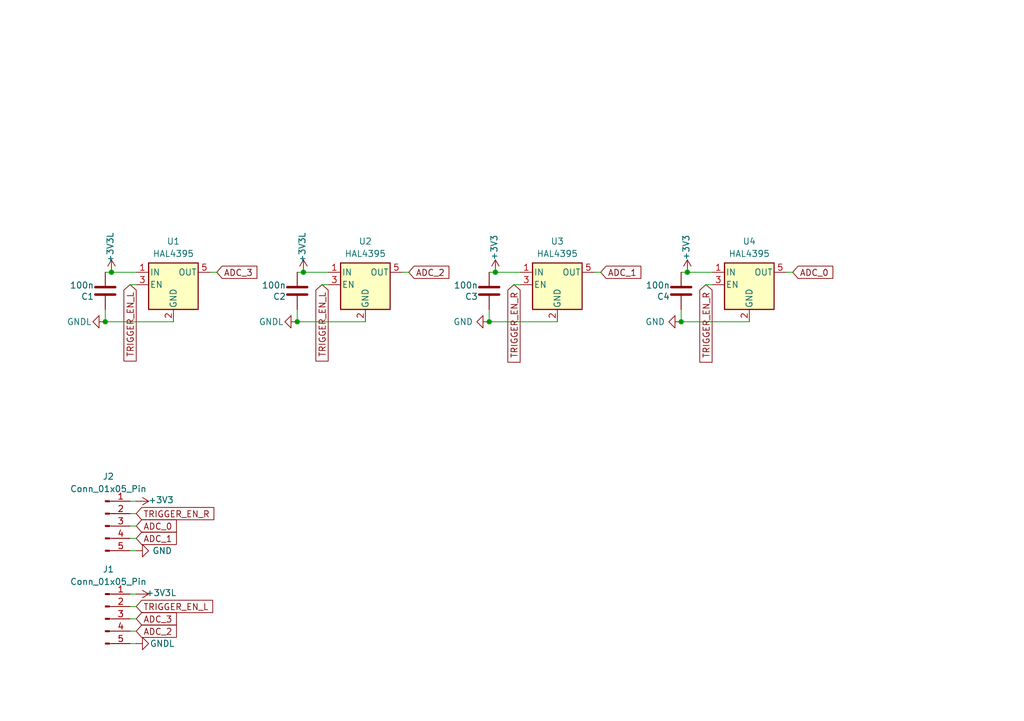
<source format=kicad_sch>
(kicad_sch (version 20250114) (generator "eeschema") (generator_version "9.0")
  (paper "A5")
  (title_block (title "ProGCC 4 Trigger Module") (date "2025-05-17") (company "Hand Held Legend, LLC"))
  (lib_symbols
    (symbol "Connector:Conn_01x05_Pin" (pin_names (offset 1.016) (hide yes))
      (property "Reference" "J" (at 0 7.62 0))
      (property "Value" "Conn_01x05_Pin" (at 0 -7.62 0))
      (symbol "Conn_01x05_Pin_1_1"
        (rectangle (start 0.8636 5.207) (end 0 4.953) (stroke (width 0.1524)) (fill (type outline)))
        (rectangle (start 0.8636 2.667) (end 0 2.413) (stroke (width 0.1524)) (fill (type outline)))
        (rectangle (start 0.8636 0.127) (end 0 -0.127) (stroke (width 0.1524)) (fill (type outline)))
        (rectangle (start 0.8636 -2.413) (end 0 -2.667) (stroke (width 0.1524)) (fill (type outline)))
        (rectangle (start 0.8636 -4.953) (end 0 -5.207) (stroke (width 0.1524)) (fill (type outline)))
        (polyline (pts (xy 1.27 5.08) (xy 0.8636 5.08)) (stroke (width 0.1524)))
        (polyline (pts (xy 1.27 2.54) (xy 0.8636 2.54)) (stroke (width 0.1524)))
        (polyline (pts (xy 1.27 0) (xy 0.8636 0)) (stroke (width 0.1524)))
        (polyline (pts (xy 1.27 -2.54) (xy 0.8636 -2.54)) (stroke (width 0.1524)))
        (polyline (pts (xy 1.27 -5.08) (xy 0.8636 -5.08)) (stroke (width 0.1524)))
        (pin passive line (at 5.08 5.08 180) (length 3.81) (name "Pin_1") (number "1"))
        (pin passive line (at 5.08 2.54 180) (length 3.81) (name "Pin_2") (number "2"))
        (pin passive line (at 5.08 0 180) (length 3.81) (name "Pin_3") (number "3"))
        (pin passive line (at 5.08 -2.54 180) (length 3.81) (name "Pin_4") (number "4"))
        (pin passive line (at 5.08 -5.08 180) (length 3.81) (name "Pin_5") (number "5"))
      )
    )
    (symbol "Device:C" (pin_numbers (hide yes)) (pin_names (offset 0.254))
      (property "Reference" "C" (at 0.635 2.54 0))
      (property "Value" "C" (at 0.635 -2.54 0))
      (symbol "C_0_1"
        (polyline (pts (xy -2.032 0.762) (xy 2.032 0.762)) (stroke (width 0.508)))
        (polyline (pts (xy -2.032 -0.762) (xy 2.032 -0.762)) (stroke (width 0.508)))
      )
      (symbol "C_1_1"
        (pin passive line (at 0 3.81 270) (length 2.794) (name "~") (number "1"))
        (pin passive line (at 0 -3.81 90) (length 2.794) (name "~") (number "2"))
      )
    )
    (symbol "hhl:HAL4395SO5" (pin_names (offset 0.254))
      (property "Reference" "U1" (at 0 7.62 0))
      (property "Value" "HAL4395" (at 0 5.08 0))
      (symbol "HAL4395SO5_0_1"
        (rectangle (start -5.08 4.445) (end 5.08 -5.08) (stroke (width 0.254)) (fill (type background)))
      )
      (symbol "HAL4395SO5_1_1"
        (pin power_in line (at -7.62 2.54 0) (length 2.54) (name "IN") (number "1"))
        (pin input line (at -7.62 0 0) (length 2.54) (name "EN") (number "3"))
        (pin power_in line (at 0 -7.62 90) (length 2.54) (name "GND") (number "2"))
        (pin no_connect line (at 5.08 0 180) (length 2.54) (hide yes) (name "NC") (number "4"))
        (pin power_out line (at 7.62 2.54 180) (length 2.54) (name "OUT") (number "5"))
      )
    )
    (symbol "power:+3V3" (power) (pin_numbers (hide yes)) (pin_names (offset 0) (hide yes))
      (property "Value" "+3V3" (at 0 3.556 0))
      (symbol "+3V3_0_1"
        (polyline (pts (xy -0.762 1.27) (xy 0 2.54)))
        (polyline (pts (xy 0 2.54) (xy 0.762 1.27)))
        (polyline (pts (xy 0 0) (xy 0 2.54)))
      )
      (symbol "+3V3_1_1"
        (pin power_in line (at 0 0 90) (length 0) (name "~") (number "1"))
      )
    )
    (symbol "power:GND" (power) (pin_numbers (hide yes)) (pin_names (offset 0) (hide yes))
      (property "Value" "GND" (at 0 -3.81 0))
      (symbol "GND_0_1"
        (polyline (pts (xy 0 0) (xy 0 -1.27) (xy 1.27 -1.27) (xy 0 -2.54) (xy -1.27 -1.27) (xy 0 -1.27)))
      )
      (symbol "GND_1_1"
        (pin power_in line (at 0 0 270) (length 0) (name "~") (number "1"))
      )
    )
  )
  (junction (at 62.23 55.88))
  (junction (at 100.33 66.04))
  (junction (at 22.86 55.88))
  (junction (at 101.6 55.88))
  (junction (at 60.96 66.04))
  (junction (at 21.59 66.04))
  (junction (at 139.7 66.04))
  (junction (at 140.97 55.88))
  (wire (pts (xy 62.23 55.88) (xy 67.31 55.88)))
  (wire (pts (xy 21.59 66.04) (xy 35.56 66.04)))
  (wire (pts (xy 60.96 55.88) (xy 62.23 55.88)))
  (wire (pts (xy 27.94 129.54) (xy 26.67 129.54)))
  (wire (pts (xy 105.41 58.42) (xy 106.68 58.42)))
  (wire (pts (xy 27.94 121.92) (xy 26.67 121.92)))
  (wire (pts (xy 139.7 66.04) (xy 153.67 66.04)))
  (wire (pts (xy 27.94 110.49) (xy 26.67 110.49)))
  (wire (pts (xy 140.97 55.88) (xy 146.05 55.88)))
  (wire (pts (xy 27.94 127) (xy 26.67 127)))
  (wire (pts (xy 27.94 105.41) (xy 26.67 105.41)))
  (wire (pts (xy 44.45 55.88) (xy 43.18 55.88)))
  (wire (pts (xy 101.6 55.88) (xy 106.68 55.88)))
  (wire (pts (xy 27.94 113.03) (xy 26.67 113.03)))
  (wire (pts (xy 27.94 124.46) (xy 26.67 124.46)))
  (wire (pts (xy 100.33 55.88) (xy 101.6 55.88)))
  (wire (pts (xy 144.78 58.42) (xy 146.05 58.42)))
  (wire (pts (xy 26.67 58.42) (xy 27.94 58.42)))
  (wire (pts (xy 60.96 63.5) (xy 60.96 66.04)))
  (wire (pts (xy 139.7 63.5) (xy 139.7 66.04)))
  (wire (pts (xy 21.59 55.88) (xy 22.86 55.88)))
  (wire (pts (xy 22.86 55.88) (xy 27.94 55.88)))
  (wire (pts (xy 123.19 55.88) (xy 121.92 55.88)))
  (wire (pts (xy 83.82 55.88) (xy 82.55 55.88)))
  (wire (pts (xy 27.94 102.87) (xy 26.67 102.87)))
  (wire (pts (xy 60.96 66.04) (xy 74.93 66.04)))
  (wire (pts (xy 27.94 132.08) (xy 26.67 132.08)))
  (wire (pts (xy 21.59 63.5) (xy 21.59 66.04)))
  (wire (pts (xy 139.7 55.88) (xy 140.97 55.88)))
  (wire (pts (xy 66.04 58.42) (xy 67.31 58.42)))
  (wire (pts (xy 162.56 55.88) (xy 161.29 55.88)))
  (wire (pts (xy 100.33 66.04) (xy 114.3 66.04)))
  (wire (pts (xy 27.94 107.95) (xy 26.67 107.95)))
  (wire (pts (xy 100.33 63.5) (xy 100.33 66.04)))
  (global_label "ADC_1" (shape input) (at 123.19 55.88 0) (property "Intersheetrefs" "${INTERSHEET_REFS}" (effects (hide yes))))
  (global_label "ADC_1" (shape input) (at 27.94 110.49 0) (property "Intersheetrefs" "${INTERSHEET_REFS}" (effects (hide yes))))
  (global_label "ADC_2" (shape input) (at 83.82 55.88 0) (property "Intersheetrefs" "${INTERSHEET_REFS}" (effects (hide yes))))
  (global_label "ADC_3" (shape input) (at 44.45 55.88 0) (property "Intersheetrefs" "${INTERSHEET_REFS}" (effects (hide yes))))
  (global_label "TRIGGER_EN_R" (shape input) (at 105.41 58.42 270) (property "Intersheetrefs" "${INTERSHEET_REFS}" (effects (hide yes))))
  (global_label "ADC_0" (shape input) (at 162.56 55.88 0) (property "Intersheetrefs" "${INTERSHEET_REFS}" (effects (hide yes))))
  (global_label "TRIGGER_EN_R" (shape input) (at 27.94 105.41 0) (property "Intersheetrefs" "${INTERSHEET_REFS}" (effects (hide yes))))
  (global_label "TRIGGER_EN_L" (shape input) (at 66.04 58.42 270) (property "Intersheetrefs" "${INTERSHEET_REFS}" (effects (hide yes))))
  (global_label "TRIGGER_EN_R" (shape input) (at 144.78 58.42 270) (property "Intersheetrefs" "${INTERSHEET_REFS}" (effects (hide yes))))
  (global_label "ADC_2" (shape input) (at 27.94 129.54 0) (property "Intersheetrefs" "${INTERSHEET_REFS}" (effects (hide yes))))
  (global_label "TRIGGER_EN_L" (shape input) (at 26.67 58.42 270) (property "Intersheetrefs" "${INTERSHEET_REFS}" (effects (hide yes))))
  (global_label "ADC_3" (shape input) (at 27.94 127 0) (property "Intersheetrefs" "${INTERSHEET_REFS}" (effects (hide yes))))
  (global_label "ADC_0" (shape input) (at 27.94 107.95 0) (property "Intersheetrefs" "${INTERSHEET_REFS}" (effects (hide yes))))
  (global_label "TRIGGER_EN_L" (shape input) (at 27.94 124.46 0) (property "Intersheetrefs" "${INTERSHEET_REFS}" (effects (hide yes))))
  (symbol (lib_id "Connector:Conn_01x05_Pin") (at 21.59 127 0) (unit 1)
    (property "Reference" "J1" (at 22.225 116.84 0))
    (property "Value" "Conn_01x05_Pin" (at 22.225 119.38 0))
    (property "Footprint" "hhl:505110-0592 Ribbon" (effects (hide yes)))
    (property "Description" "Generic connector, single row, 01x05, script generated" (effects (hide yes)))
  )
  (symbol (lib_id "power:GND") (at 60.96 66.04 270) (unit 1)
    (property "Reference" "#PWR08" (effects (hide yes)))
    (property "Value" "GNDL" (at 55.626 66.04 90))
    (property "Description" "Power symbol creates a global label with name \"GND\" , ground" (effects (hide yes)))
  )
  (symbol (lib_id "Device:C") (at 21.59 59.69 180) (unit 1)
    (property "Reference" "C1" (at 19.304 60.8584 0) (effects (justify left)))
    (property "Value" "100n" (at 19.304 58.547 0) (effects (justify left)))
    (property "Footprint" "Capacitor_SMD:C_0201_0603Metric" (effects (hide yes)))
  )
  (symbol (lib_id "hhl:HAL4395SO5") (at 74.93 58.42 0) (unit 1)
    (property "Reference" "U2" (at 74.93 49.53 0))
    (property "Value" "HAL4395" (at 74.93 52.07 0))
    (property "Footprint" "Package_TO_SOT_SMD:SOT-23-5" (effects (hide yes)))
    (property "Datasheet" "https://www.lcsc.com/datasheet/C49165022.pdf" (effects (hide yes)))
    (property "Description" "SOT-23-5L Linear, Compass (ICs) ROHS" (effects (hide yes)))
  )
  (symbol (lib_id "hhl:HAL4395SO5") (at 114.3 58.42 0) (unit 1)
    (property "Reference" "U3" (at 114.3 49.53 0))
    (property "Value" "HAL4395" (at 114.3 52.07 0))
    (property "Footprint" "Package_TO_SOT_SMD:SOT-23-5" (effects (hide yes)))
    (property "Datasheet" "https://www.lcsc.com/datasheet/C49165022.pdf" (effects (hide yes)))
    (property "Description" "SOT-23-5L Linear, Compass (ICs) ROHS" (effects (hide yes)))
  )
  (symbol (lib_id "Device:C") (at 139.7 59.69 180) (unit 1)
    (property "Reference" "C4" (at 137.414 60.8584 0) (effects (justify left)))
    (property "Value" "100n" (at 137.414 58.547 0) (effects (justify left)))
    (property "Footprint" "Capacitor_SMD:C_0201_0603Metric" (effects (hide yes)))
  )
  (symbol (lib_id "Connector:Conn_01x05_Pin") (at 21.59 107.95 0) (unit 1)
    (property "Reference" "J2" (at 22.225 97.79 0))
    (property "Value" "Conn_01x05_Pin" (at 22.225 100.33 0))
    (property "Footprint" "hhl:505110-0592 Ribbon" (effects (hide yes)))
    (property "Description" "Generic connector, single row, 01x05, script generated" (effects (hide yes)))
  )
  (symbol (lib_id "power:GND") (at 100.33 66.04 270) (unit 1)
    (property "Reference" "#PWR09" (effects (hide yes)))
    (property "Value" "GND" (at 94.996 66.04 90))
    (property "Description" "Power symbol creates a global label with name \"GND\" , ground" (effects (hide yes)))
  )
  (symbol (lib_id "power:GND") (at 27.94 132.08 90) (unit 1)
    (property "Reference" "#PWR07" (effects (hide yes)))
    (property "Value" "GNDL" (at 33.274 132.08 90))
    (property "Description" "Power symbol creates a global label with name \"GND\" , ground" (effects (hide yes)))
  )
  (symbol (lib_id "power:GND") (at 139.7 66.04 270) (unit 1)
    (property "Reference" "#PWR011" (effects (hide yes)))
    (property "Value" "GND" (at 134.366 66.04 90))
    (property "Description" "Power symbol creates a global label with name \"GND\" , ground" (effects (hide yes)))
  )
  (symbol (lib_id "power:+3V3") (at 27.94 102.87 270) (unit 1)
    (property "Reference" "#PWR05" (effects (hide yes)))
    (property "Value" "+3V3" (at 33.02 102.616 90))
    (property "Description" "Power symbol creates a global label with name \"+3V3\"" (effects (hide yes)))
  )
  (symbol (lib_id "power:+3V3") (at 62.23 55.88 0) (unit 1)
    (property "Reference" "#PWR012" (effects (hide yes)))
    (property "Value" "+3V3L" (at 61.976 50.8 90))
    (property "Description" "Power symbol creates a global label with name \"+3V3\"" (effects (hide yes)))
  )
  (symbol (lib_id "Device:C") (at 100.33 59.69 180) (unit 1)
    (property "Reference" "C3" (at 98.044 60.8584 0) (effects (justify left)))
    (property "Value" "100n" (at 98.044 58.547 0) (effects (justify left)))
    (property "Footprint" "Capacitor_SMD:C_0201_0603Metric" (effects (hide yes)))
  )
  (symbol (lib_id "Device:C") (at 60.96 59.69 180) (unit 1)
    (property "Reference" "C2" (at 58.674 60.8584 0) (effects (justify left)))
    (property "Value" "100n" (at 58.674 58.547 0) (effects (justify left)))
    (property "Footprint" "Capacitor_SMD:C_0201_0603Metric" (effects (hide yes)))
  )
  (symbol (lib_id "power:+3V3") (at 140.97 55.88 0) (unit 1)
    (property "Reference" "#PWR02" (effects (hide yes)))
    (property "Value" "+3V3" (at 140.716 50.8 90))
    (property "Description" "Power symbol creates a global label with name \"+3V3\"" (effects (hide yes)))
  )
  (symbol (lib_id "power:+3V3") (at 27.94 121.92 270) (unit 1)
    (property "Reference" "#PWR06" (effects (hide yes)))
    (property "Value" "+3V3L" (at 33.02 121.666 90))
    (property "Description" "Power symbol creates a global label with name \"+3V3\"" (effects (hide yes)))
  )
  (symbol (lib_id "power:GND") (at 27.94 113.03 90) (unit 1)
    (property "Reference" "#PWR04" (effects (hide yes)))
    (property "Value" "GND" (at 33.274 113.03 90))
    (property "Description" "Power symbol creates a global label with name \"GND\" , ground" (effects (hide yes)))
  )
  (symbol (lib_id "hhl:HAL4395SO5") (at 35.56 58.42 0) (unit 1)
    (property "Reference" "U1" (at 35.56 49.53 0))
    (property "Value" "HAL4395" (at 35.56 52.07 0))
    (property "Footprint" "Package_TO_SOT_SMD:SOT-23-5" (effects (hide yes)))
    (property "Datasheet" "https://www.lcsc.com/datasheet/C49165022.pdf" (effects (hide yes)))
    (property "Description" "SOT-23-5L Linear, Compass (ICs) ROHS" (effects (hide yes)))
  )
  (symbol (lib_id "hhl:HAL4395SO5") (at 153.67 58.42 0) (unit 1)
    (property "Reference" "U4" (at 153.67 49.53 0))
    (property "Value" "HAL4395" (at 153.67 52.07 0))
    (property "Footprint" "Package_TO_SOT_SMD:SOT-23-5" (effects (hide yes)))
    (property "Datasheet" "https://www.lcsc.com/datasheet/C49165022.pdf" (effects (hide yes)))
    (property "Description" "SOT-23-5L Linear, Compass (ICs) ROHS" (effects (hide yes)))
  )
  (symbol (lib_id "power:GND") (at 21.59 66.04 270) (unit 1)
    (property "Reference" "#PWR03" (effects (hide yes)))
    (property "Value" "GNDL" (at 16.256 66.04 90))
    (property "Description" "Power symbol creates a global label with name \"GND\" , ground" (effects (hide yes)))
  )
  (symbol (lib_id "power:+3V3") (at 22.86 55.88 0) (unit 1)
    (property "Reference" "#PWR010" (effects (hide yes)))
    (property "Value" "+3V3L" (at 22.606 50.8 90))
    (property "Description" "Power symbol creates a global label with name \"+3V3\"" (effects (hide yes)))
  )
  (symbol (lib_id "power:+3V3") (at 101.6 55.88 0) (unit 1)
    (property "Reference" "#PWR01" (effects (hide yes)))
    (property "Value" "+3V3" (at 101.346 50.8 90))
    (property "Description" "Power symbol creates a global label with name \"+3V3\"" (effects (hide yes)))
  )
)
</source>
